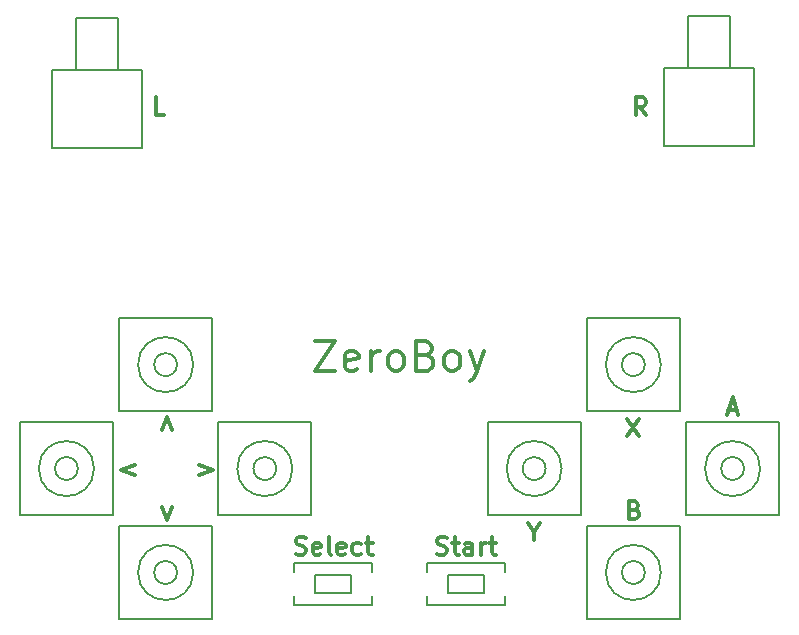
<source format=gbr>
G04 #@! TF.FileFunction,Legend,Top*
%FSLAX46Y46*%
G04 Gerber Fmt 4.6, Leading zero omitted, Abs format (unit mm)*
G04 Created by KiCad (PCBNEW 4.0.5+dfsg1-4) date Wed Feb 14 20:28:42 2018*
%MOMM*%
%LPD*%
G01*
G04 APERTURE LIST*
%ADD10C,0.100000*%
%ADD11C,0.300000*%
%ADD12C,0.150000*%
G04 APERTURE END LIST*
D10*
D11*
X141257143Y-111030952D02*
X142923810Y-111030952D01*
X141257143Y-113530952D01*
X142923810Y-113530952D01*
X144828571Y-113411905D02*
X144590476Y-113530952D01*
X144114285Y-113530952D01*
X143876190Y-113411905D01*
X143757142Y-113173810D01*
X143757142Y-112221429D01*
X143876190Y-111983333D01*
X144114285Y-111864286D01*
X144590476Y-111864286D01*
X144828571Y-111983333D01*
X144947619Y-112221429D01*
X144947619Y-112459524D01*
X143757142Y-112697619D01*
X146019047Y-113530952D02*
X146019047Y-111864286D01*
X146019047Y-112340476D02*
X146138095Y-112102381D01*
X146257142Y-111983333D01*
X146495238Y-111864286D01*
X146733333Y-111864286D01*
X147923809Y-113530952D02*
X147685714Y-113411905D01*
X147566666Y-113292857D01*
X147447618Y-113054762D01*
X147447618Y-112340476D01*
X147566666Y-112102381D01*
X147685714Y-111983333D01*
X147923809Y-111864286D01*
X148280952Y-111864286D01*
X148519047Y-111983333D01*
X148638095Y-112102381D01*
X148757142Y-112340476D01*
X148757142Y-113054762D01*
X148638095Y-113292857D01*
X148519047Y-113411905D01*
X148280952Y-113530952D01*
X147923809Y-113530952D01*
X150661904Y-112221429D02*
X151019047Y-112340476D01*
X151138095Y-112459524D01*
X151257143Y-112697619D01*
X151257143Y-113054762D01*
X151138095Y-113292857D01*
X151019047Y-113411905D01*
X150780952Y-113530952D01*
X149828571Y-113530952D01*
X149828571Y-111030952D01*
X150661904Y-111030952D01*
X150900000Y-111150000D01*
X151019047Y-111269048D01*
X151138095Y-111507143D01*
X151138095Y-111745238D01*
X151019047Y-111983333D01*
X150900000Y-112102381D01*
X150661904Y-112221429D01*
X149828571Y-112221429D01*
X152685714Y-113530952D02*
X152447619Y-113411905D01*
X152328571Y-113292857D01*
X152209523Y-113054762D01*
X152209523Y-112340476D01*
X152328571Y-112102381D01*
X152447619Y-111983333D01*
X152685714Y-111864286D01*
X153042857Y-111864286D01*
X153280952Y-111983333D01*
X153400000Y-112102381D01*
X153519047Y-112340476D01*
X153519047Y-113054762D01*
X153400000Y-113292857D01*
X153280952Y-113411905D01*
X153042857Y-113530952D01*
X152685714Y-113530952D01*
X154352381Y-111864286D02*
X154947619Y-113530952D01*
X155542857Y-111864286D02*
X154947619Y-113530952D01*
X154709524Y-114126190D01*
X154590476Y-114245238D01*
X154352381Y-114364286D01*
X169264286Y-91878571D02*
X168764286Y-91164286D01*
X168407143Y-91878571D02*
X168407143Y-90378571D01*
X168978571Y-90378571D01*
X169121429Y-90450000D01*
X169192857Y-90521429D01*
X169264286Y-90664286D01*
X169264286Y-90878571D01*
X169192857Y-91021429D01*
X169121429Y-91092857D01*
X168978571Y-91164286D01*
X168407143Y-91164286D01*
X128464286Y-91878571D02*
X127750000Y-91878571D01*
X127750000Y-90378571D01*
X128278571Y-125028571D02*
X128707143Y-126171428D01*
X129135714Y-125028571D01*
X125971429Y-121478571D02*
X124828572Y-121907143D01*
X125971429Y-122335714D01*
X131428572Y-121478571D02*
X132571429Y-121907143D01*
X131428572Y-122335714D01*
X128278571Y-118571428D02*
X128707143Y-117428571D01*
X129135714Y-118571428D01*
X167700001Y-117578571D02*
X168700001Y-119078571D01*
X168700001Y-117578571D02*
X167700001Y-119078571D01*
X159800000Y-127164286D02*
X159800000Y-127878571D01*
X159300000Y-126378571D02*
X159800000Y-127164286D01*
X160300000Y-126378571D01*
X168307143Y-125292857D02*
X168521429Y-125364286D01*
X168592857Y-125435714D01*
X168664286Y-125578571D01*
X168664286Y-125792857D01*
X168592857Y-125935714D01*
X168521429Y-126007143D01*
X168378571Y-126078571D01*
X167807143Y-126078571D01*
X167807143Y-124578571D01*
X168307143Y-124578571D01*
X168450000Y-124650000D01*
X168521429Y-124721429D01*
X168592857Y-124864286D01*
X168592857Y-125007143D01*
X168521429Y-125150000D01*
X168450000Y-125221429D01*
X168307143Y-125292857D01*
X167807143Y-125292857D01*
X176242857Y-116850000D02*
X176957143Y-116850000D01*
X176100000Y-117278571D02*
X176600000Y-115778571D01*
X177100000Y-117278571D01*
X151571429Y-129007143D02*
X151785715Y-129078571D01*
X152142858Y-129078571D01*
X152285715Y-129007143D01*
X152357144Y-128935714D01*
X152428572Y-128792857D01*
X152428572Y-128650000D01*
X152357144Y-128507143D01*
X152285715Y-128435714D01*
X152142858Y-128364286D01*
X151857144Y-128292857D01*
X151714286Y-128221429D01*
X151642858Y-128150000D01*
X151571429Y-128007143D01*
X151571429Y-127864286D01*
X151642858Y-127721429D01*
X151714286Y-127650000D01*
X151857144Y-127578571D01*
X152214286Y-127578571D01*
X152428572Y-127650000D01*
X152857143Y-128078571D02*
X153428572Y-128078571D01*
X153071429Y-127578571D02*
X153071429Y-128864286D01*
X153142857Y-129007143D01*
X153285715Y-129078571D01*
X153428572Y-129078571D01*
X154571429Y-129078571D02*
X154571429Y-128292857D01*
X154500000Y-128150000D01*
X154357143Y-128078571D01*
X154071429Y-128078571D01*
X153928572Y-128150000D01*
X154571429Y-129007143D02*
X154428572Y-129078571D01*
X154071429Y-129078571D01*
X153928572Y-129007143D01*
X153857143Y-128864286D01*
X153857143Y-128721429D01*
X153928572Y-128578571D01*
X154071429Y-128507143D01*
X154428572Y-128507143D01*
X154571429Y-128435714D01*
X155285715Y-129078571D02*
X155285715Y-128078571D01*
X155285715Y-128364286D02*
X155357143Y-128221429D01*
X155428572Y-128150000D01*
X155571429Y-128078571D01*
X155714286Y-128078571D01*
X156000000Y-128078571D02*
X156571429Y-128078571D01*
X156214286Y-127578571D02*
X156214286Y-128864286D01*
X156285714Y-129007143D01*
X156428572Y-129078571D01*
X156571429Y-129078571D01*
X139621429Y-129007143D02*
X139835715Y-129078571D01*
X140192858Y-129078571D01*
X140335715Y-129007143D01*
X140407144Y-128935714D01*
X140478572Y-128792857D01*
X140478572Y-128650000D01*
X140407144Y-128507143D01*
X140335715Y-128435714D01*
X140192858Y-128364286D01*
X139907144Y-128292857D01*
X139764286Y-128221429D01*
X139692858Y-128150000D01*
X139621429Y-128007143D01*
X139621429Y-127864286D01*
X139692858Y-127721429D01*
X139764286Y-127650000D01*
X139907144Y-127578571D01*
X140264286Y-127578571D01*
X140478572Y-127650000D01*
X141692857Y-129007143D02*
X141550000Y-129078571D01*
X141264286Y-129078571D01*
X141121429Y-129007143D01*
X141050000Y-128864286D01*
X141050000Y-128292857D01*
X141121429Y-128150000D01*
X141264286Y-128078571D01*
X141550000Y-128078571D01*
X141692857Y-128150000D01*
X141764286Y-128292857D01*
X141764286Y-128435714D01*
X141050000Y-128578571D01*
X142621429Y-129078571D02*
X142478571Y-129007143D01*
X142407143Y-128864286D01*
X142407143Y-127578571D01*
X143764285Y-129007143D02*
X143621428Y-129078571D01*
X143335714Y-129078571D01*
X143192857Y-129007143D01*
X143121428Y-128864286D01*
X143121428Y-128292857D01*
X143192857Y-128150000D01*
X143335714Y-128078571D01*
X143621428Y-128078571D01*
X143764285Y-128150000D01*
X143835714Y-128292857D01*
X143835714Y-128435714D01*
X143121428Y-128578571D01*
X145121428Y-129007143D02*
X144978571Y-129078571D01*
X144692857Y-129078571D01*
X144549999Y-129007143D01*
X144478571Y-128935714D01*
X144407142Y-128792857D01*
X144407142Y-128364286D01*
X144478571Y-128221429D01*
X144549999Y-128150000D01*
X144692857Y-128078571D01*
X144978571Y-128078571D01*
X145121428Y-128150000D01*
X145549999Y-128078571D02*
X146121428Y-128078571D01*
X145764285Y-127578571D02*
X145764285Y-128864286D01*
X145835713Y-129007143D01*
X145978571Y-129078571D01*
X146121428Y-129078571D01*
D12*
X121022000Y-88098000D02*
X121022000Y-83653000D01*
X121022000Y-83653000D02*
X124578000Y-83653000D01*
X124578000Y-83653000D02*
X124578000Y-88098000D01*
X122800000Y-94702000D02*
X118990000Y-94702000D01*
X118990000Y-94702000D02*
X118990000Y-88098000D01*
X118990000Y-88098000D02*
X126610000Y-88098000D01*
X126610000Y-88098000D02*
X126610000Y-94702000D01*
X126610000Y-94702000D02*
X122800000Y-94702000D01*
X141276000Y-130838000D02*
X141276000Y-132362000D01*
X141276000Y-132362000D02*
X144324000Y-132362000D01*
X144324000Y-132362000D02*
X144324000Y-130838000D01*
X144324000Y-130838000D02*
X141276000Y-130838000D01*
X139498000Y-132616000D02*
X139498000Y-133378000D01*
X139498000Y-133378000D02*
X146102000Y-133378000D01*
X146102000Y-133378000D02*
X146102000Y-132616000D01*
X139498000Y-129822000D02*
X139498000Y-130584000D01*
X139498000Y-129822000D02*
X146102000Y-129822000D01*
X146102000Y-129822000D02*
X146102000Y-130584000D01*
X152476000Y-130838000D02*
X152476000Y-132362000D01*
X152476000Y-132362000D02*
X155524000Y-132362000D01*
X155524000Y-132362000D02*
X155524000Y-130838000D01*
X155524000Y-130838000D02*
X152476000Y-130838000D01*
X150698000Y-132616000D02*
X150698000Y-133378000D01*
X150698000Y-133378000D02*
X157302000Y-133378000D01*
X157302000Y-133378000D02*
X157302000Y-132616000D01*
X150698000Y-129822000D02*
X150698000Y-130584000D01*
X150698000Y-129822000D02*
X157302000Y-129822000D01*
X157302000Y-129822000D02*
X157302000Y-130584000D01*
X172822000Y-87898000D02*
X172822000Y-83453000D01*
X172822000Y-83453000D02*
X176378000Y-83453000D01*
X176378000Y-83453000D02*
X176378000Y-87898000D01*
X174600000Y-94502000D02*
X170790000Y-94502000D01*
X170790000Y-94502000D02*
X170790000Y-87898000D01*
X170790000Y-87898000D02*
X178410000Y-87898000D01*
X178410000Y-87898000D02*
X178410000Y-94502000D01*
X178410000Y-94502000D02*
X174600000Y-94502000D01*
X129567203Y-113000000D02*
G75*
G03X129567203Y-113000000I-967203J0D01*
G01*
X130931410Y-113000000D02*
G75*
G03X130931410Y-113000000I-2331410J0D01*
G01*
X132537000Y-109063000D02*
X132537000Y-116937000D01*
X132537000Y-116937000D02*
X124663000Y-116937000D01*
X124663000Y-116937000D02*
X124663000Y-109063000D01*
X128600000Y-109063000D02*
X124663000Y-109063000D01*
X132410000Y-109063000D02*
X132537000Y-109063000D01*
X128600000Y-109063000D02*
X132410000Y-109063000D01*
X160767203Y-121800000D02*
G75*
G03X160767203Y-121800000I-967203J0D01*
G01*
X162131410Y-121800000D02*
G75*
G03X162131410Y-121800000I-2331410J0D01*
G01*
X163737000Y-117863000D02*
X163737000Y-125737000D01*
X163737000Y-125737000D02*
X155863000Y-125737000D01*
X155863000Y-125737000D02*
X155863000Y-117863000D01*
X159800000Y-117863000D02*
X155863000Y-117863000D01*
X163610000Y-117863000D02*
X163737000Y-117863000D01*
X159800000Y-117863000D02*
X163610000Y-117863000D01*
X169167203Y-130600000D02*
G75*
G03X169167203Y-130600000I-967203J0D01*
G01*
X170531410Y-130600000D02*
G75*
G03X170531410Y-130600000I-2331410J0D01*
G01*
X172137000Y-126663000D02*
X172137000Y-134537000D01*
X172137000Y-134537000D02*
X164263000Y-134537000D01*
X164263000Y-134537000D02*
X164263000Y-126663000D01*
X168200000Y-126663000D02*
X164263000Y-126663000D01*
X172010000Y-126663000D02*
X172137000Y-126663000D01*
X168200000Y-126663000D02*
X172010000Y-126663000D01*
X177567203Y-121800000D02*
G75*
G03X177567203Y-121800000I-967203J0D01*
G01*
X178931410Y-121800000D02*
G75*
G03X178931410Y-121800000I-2331410J0D01*
G01*
X180537000Y-117863000D02*
X180537000Y-125737000D01*
X180537000Y-125737000D02*
X172663000Y-125737000D01*
X172663000Y-125737000D02*
X172663000Y-117863000D01*
X176600000Y-117863000D02*
X172663000Y-117863000D01*
X180410000Y-117863000D02*
X180537000Y-117863000D01*
X176600000Y-117863000D02*
X180410000Y-117863000D01*
X137967203Y-121800000D02*
G75*
G03X137967203Y-121800000I-967203J0D01*
G01*
X139331410Y-121800000D02*
G75*
G03X139331410Y-121800000I-2331410J0D01*
G01*
X140937000Y-117863000D02*
X140937000Y-125737000D01*
X140937000Y-125737000D02*
X133063000Y-125737000D01*
X133063000Y-125737000D02*
X133063000Y-117863000D01*
X137000000Y-117863000D02*
X133063000Y-117863000D01*
X140810000Y-117863000D02*
X140937000Y-117863000D01*
X137000000Y-117863000D02*
X140810000Y-117863000D01*
X169167203Y-113000000D02*
G75*
G03X169167203Y-113000000I-967203J0D01*
G01*
X170531410Y-113000000D02*
G75*
G03X170531410Y-113000000I-2331410J0D01*
G01*
X172137000Y-109063000D02*
X172137000Y-116937000D01*
X172137000Y-116937000D02*
X164263000Y-116937000D01*
X164263000Y-116937000D02*
X164263000Y-109063000D01*
X168200000Y-109063000D02*
X164263000Y-109063000D01*
X172010000Y-109063000D02*
X172137000Y-109063000D01*
X168200000Y-109063000D02*
X172010000Y-109063000D01*
X121167203Y-121800000D02*
G75*
G03X121167203Y-121800000I-967203J0D01*
G01*
X122531410Y-121800000D02*
G75*
G03X122531410Y-121800000I-2331410J0D01*
G01*
X124137000Y-117863000D02*
X124137000Y-125737000D01*
X124137000Y-125737000D02*
X116263000Y-125737000D01*
X116263000Y-125737000D02*
X116263000Y-117863000D01*
X120200000Y-117863000D02*
X116263000Y-117863000D01*
X124010000Y-117863000D02*
X124137000Y-117863000D01*
X120200000Y-117863000D02*
X124010000Y-117863000D01*
X129567203Y-130600000D02*
G75*
G03X129567203Y-130600000I-967203J0D01*
G01*
X130931410Y-130600000D02*
G75*
G03X130931410Y-130600000I-2331410J0D01*
G01*
X132537000Y-126663000D02*
X132537000Y-134537000D01*
X132537000Y-134537000D02*
X124663000Y-134537000D01*
X124663000Y-134537000D02*
X124663000Y-126663000D01*
X128600000Y-126663000D02*
X124663000Y-126663000D01*
X132410000Y-126663000D02*
X132537000Y-126663000D01*
X128600000Y-126663000D02*
X132410000Y-126663000D01*
M02*

</source>
